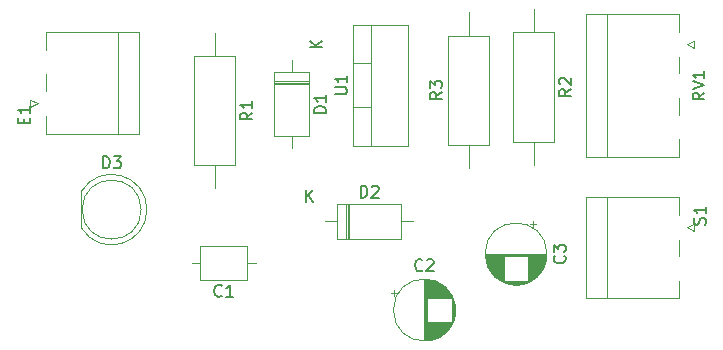
<source format=gbr>
G04 #@! TF.GenerationSoftware,KiCad,Pcbnew,(5.1.10)-1*
G04 #@! TF.CreationDate,2021-06-28T17:12:34+02:00*
G04 #@! TF.ProjectId,fuente-alimentacion-regulable,6675656e-7465-42d6-916c-696d656e7461,4.0*
G04 #@! TF.SameCoordinates,Original*
G04 #@! TF.FileFunction,Legend,Top*
G04 #@! TF.FilePolarity,Positive*
%FSLAX46Y46*%
G04 Gerber Fmt 4.6, Leading zero omitted, Abs format (unit mm)*
G04 Created by KiCad (PCBNEW (5.1.10)-1) date 2021-06-28 17:12:34*
%MOMM*%
%LPD*%
G01*
G04 APERTURE LIST*
%ADD10C,0.120000*%
%ADD11C,0.150000*%
G04 APERTURE END LIST*
D10*
X96040000Y-74000000D02*
X96730000Y-74000000D01*
X101460000Y-74000000D02*
X100770000Y-74000000D01*
X96730000Y-75420000D02*
X100770000Y-75420000D01*
X96730000Y-72580000D02*
X96730000Y-75420000D01*
X100770000Y-72580000D02*
X96730000Y-72580000D01*
X100770000Y-75420000D02*
X100770000Y-72580000D01*
X113195225Y-76275000D02*
X113195225Y-76775000D01*
X112945225Y-76525000D02*
X113445225Y-76525000D01*
X118351000Y-77716000D02*
X118351000Y-78284000D01*
X118311000Y-77482000D02*
X118311000Y-78518000D01*
X118271000Y-77323000D02*
X118271000Y-78677000D01*
X118231000Y-77195000D02*
X118231000Y-78805000D01*
X118191000Y-77085000D02*
X118191000Y-78915000D01*
X118151000Y-76989000D02*
X118151000Y-79011000D01*
X118111000Y-76902000D02*
X118111000Y-79098000D01*
X118071000Y-76822000D02*
X118071000Y-79178000D01*
X118031000Y-79040000D02*
X118031000Y-79251000D01*
X118031000Y-76749000D02*
X118031000Y-76960000D01*
X117991000Y-79040000D02*
X117991000Y-79319000D01*
X117991000Y-76681000D02*
X117991000Y-76960000D01*
X117951000Y-79040000D02*
X117951000Y-79383000D01*
X117951000Y-76617000D02*
X117951000Y-76960000D01*
X117911000Y-79040000D02*
X117911000Y-79443000D01*
X117911000Y-76557000D02*
X117911000Y-76960000D01*
X117871000Y-79040000D02*
X117871000Y-79500000D01*
X117871000Y-76500000D02*
X117871000Y-76960000D01*
X117831000Y-79040000D02*
X117831000Y-79554000D01*
X117831000Y-76446000D02*
X117831000Y-76960000D01*
X117791000Y-79040000D02*
X117791000Y-79605000D01*
X117791000Y-76395000D02*
X117791000Y-76960000D01*
X117751000Y-79040000D02*
X117751000Y-79653000D01*
X117751000Y-76347000D02*
X117751000Y-76960000D01*
X117711000Y-79040000D02*
X117711000Y-79699000D01*
X117711000Y-76301000D02*
X117711000Y-76960000D01*
X117671000Y-79040000D02*
X117671000Y-79743000D01*
X117671000Y-76257000D02*
X117671000Y-76960000D01*
X117631000Y-79040000D02*
X117631000Y-79785000D01*
X117631000Y-76215000D02*
X117631000Y-76960000D01*
X117591000Y-79040000D02*
X117591000Y-79826000D01*
X117591000Y-76174000D02*
X117591000Y-76960000D01*
X117551000Y-79040000D02*
X117551000Y-79864000D01*
X117551000Y-76136000D02*
X117551000Y-76960000D01*
X117511000Y-79040000D02*
X117511000Y-79901000D01*
X117511000Y-76099000D02*
X117511000Y-76960000D01*
X117471000Y-79040000D02*
X117471000Y-79937000D01*
X117471000Y-76063000D02*
X117471000Y-76960000D01*
X117431000Y-79040000D02*
X117431000Y-79971000D01*
X117431000Y-76029000D02*
X117431000Y-76960000D01*
X117391000Y-79040000D02*
X117391000Y-80004000D01*
X117391000Y-75996000D02*
X117391000Y-76960000D01*
X117351000Y-79040000D02*
X117351000Y-80035000D01*
X117351000Y-75965000D02*
X117351000Y-76960000D01*
X117311000Y-79040000D02*
X117311000Y-80065000D01*
X117311000Y-75935000D02*
X117311000Y-76960000D01*
X117271000Y-79040000D02*
X117271000Y-80095000D01*
X117271000Y-75905000D02*
X117271000Y-76960000D01*
X117231000Y-79040000D02*
X117231000Y-80122000D01*
X117231000Y-75878000D02*
X117231000Y-76960000D01*
X117191000Y-79040000D02*
X117191000Y-80149000D01*
X117191000Y-75851000D02*
X117191000Y-76960000D01*
X117151000Y-79040000D02*
X117151000Y-80175000D01*
X117151000Y-75825000D02*
X117151000Y-76960000D01*
X117111000Y-79040000D02*
X117111000Y-80200000D01*
X117111000Y-75800000D02*
X117111000Y-76960000D01*
X117071000Y-79040000D02*
X117071000Y-80224000D01*
X117071000Y-75776000D02*
X117071000Y-76960000D01*
X117031000Y-79040000D02*
X117031000Y-80247000D01*
X117031000Y-75753000D02*
X117031000Y-76960000D01*
X116991000Y-79040000D02*
X116991000Y-80268000D01*
X116991000Y-75732000D02*
X116991000Y-76960000D01*
X116951000Y-79040000D02*
X116951000Y-80290000D01*
X116951000Y-75710000D02*
X116951000Y-76960000D01*
X116911000Y-79040000D02*
X116911000Y-80310000D01*
X116911000Y-75690000D02*
X116911000Y-76960000D01*
X116871000Y-79040000D02*
X116871000Y-80329000D01*
X116871000Y-75671000D02*
X116871000Y-76960000D01*
X116831000Y-79040000D02*
X116831000Y-80348000D01*
X116831000Y-75652000D02*
X116831000Y-76960000D01*
X116791000Y-79040000D02*
X116791000Y-80365000D01*
X116791000Y-75635000D02*
X116791000Y-76960000D01*
X116751000Y-79040000D02*
X116751000Y-80382000D01*
X116751000Y-75618000D02*
X116751000Y-76960000D01*
X116711000Y-79040000D02*
X116711000Y-80398000D01*
X116711000Y-75602000D02*
X116711000Y-76960000D01*
X116671000Y-79040000D02*
X116671000Y-80414000D01*
X116671000Y-75586000D02*
X116671000Y-76960000D01*
X116631000Y-79040000D02*
X116631000Y-80428000D01*
X116631000Y-75572000D02*
X116631000Y-76960000D01*
X116591000Y-79040000D02*
X116591000Y-80442000D01*
X116591000Y-75558000D02*
X116591000Y-76960000D01*
X116551000Y-79040000D02*
X116551000Y-80455000D01*
X116551000Y-75545000D02*
X116551000Y-76960000D01*
X116511000Y-79040000D02*
X116511000Y-80468000D01*
X116511000Y-75532000D02*
X116511000Y-76960000D01*
X116471000Y-79040000D02*
X116471000Y-80480000D01*
X116471000Y-75520000D02*
X116471000Y-76960000D01*
X116430000Y-79040000D02*
X116430000Y-80491000D01*
X116430000Y-75509000D02*
X116430000Y-76960000D01*
X116390000Y-79040000D02*
X116390000Y-80501000D01*
X116390000Y-75499000D02*
X116390000Y-76960000D01*
X116350000Y-79040000D02*
X116350000Y-80511000D01*
X116350000Y-75489000D02*
X116350000Y-76960000D01*
X116310000Y-79040000D02*
X116310000Y-80520000D01*
X116310000Y-75480000D02*
X116310000Y-76960000D01*
X116270000Y-79040000D02*
X116270000Y-80528000D01*
X116270000Y-75472000D02*
X116270000Y-76960000D01*
X116230000Y-79040000D02*
X116230000Y-80536000D01*
X116230000Y-75464000D02*
X116230000Y-76960000D01*
X116190000Y-79040000D02*
X116190000Y-80543000D01*
X116190000Y-75457000D02*
X116190000Y-76960000D01*
X116150000Y-79040000D02*
X116150000Y-80550000D01*
X116150000Y-75450000D02*
X116150000Y-76960000D01*
X116110000Y-79040000D02*
X116110000Y-80556000D01*
X116110000Y-75444000D02*
X116110000Y-76960000D01*
X116070000Y-79040000D02*
X116070000Y-80561000D01*
X116070000Y-75439000D02*
X116070000Y-76960000D01*
X116030000Y-79040000D02*
X116030000Y-80565000D01*
X116030000Y-75435000D02*
X116030000Y-76960000D01*
X115990000Y-79040000D02*
X115990000Y-80569000D01*
X115990000Y-75431000D02*
X115990000Y-76960000D01*
X115950000Y-75427000D02*
X115950000Y-80573000D01*
X115910000Y-75424000D02*
X115910000Y-80576000D01*
X115870000Y-75422000D02*
X115870000Y-80578000D01*
X115830000Y-75421000D02*
X115830000Y-80579000D01*
X115790000Y-75420000D02*
X115790000Y-80580000D01*
X115750000Y-75420000D02*
X115750000Y-80580000D01*
X118370000Y-78000000D02*
G75*
G03*
X118370000Y-78000000I-2620000J0D01*
G01*
X126120000Y-73250000D02*
G75*
G03*
X126120000Y-73250000I-2620000J0D01*
G01*
X126080000Y-73250000D02*
X120920000Y-73250000D01*
X126080000Y-73290000D02*
X120920000Y-73290000D01*
X126079000Y-73330000D02*
X120921000Y-73330000D01*
X126078000Y-73370000D02*
X120922000Y-73370000D01*
X126076000Y-73410000D02*
X120924000Y-73410000D01*
X126073000Y-73450000D02*
X120927000Y-73450000D01*
X126069000Y-73490000D02*
X124540000Y-73490000D01*
X122460000Y-73490000D02*
X120931000Y-73490000D01*
X126065000Y-73530000D02*
X124540000Y-73530000D01*
X122460000Y-73530000D02*
X120935000Y-73530000D01*
X126061000Y-73570000D02*
X124540000Y-73570000D01*
X122460000Y-73570000D02*
X120939000Y-73570000D01*
X126056000Y-73610000D02*
X124540000Y-73610000D01*
X122460000Y-73610000D02*
X120944000Y-73610000D01*
X126050000Y-73650000D02*
X124540000Y-73650000D01*
X122460000Y-73650000D02*
X120950000Y-73650000D01*
X126043000Y-73690000D02*
X124540000Y-73690000D01*
X122460000Y-73690000D02*
X120957000Y-73690000D01*
X126036000Y-73730000D02*
X124540000Y-73730000D01*
X122460000Y-73730000D02*
X120964000Y-73730000D01*
X126028000Y-73770000D02*
X124540000Y-73770000D01*
X122460000Y-73770000D02*
X120972000Y-73770000D01*
X126020000Y-73810000D02*
X124540000Y-73810000D01*
X122460000Y-73810000D02*
X120980000Y-73810000D01*
X126011000Y-73850000D02*
X124540000Y-73850000D01*
X122460000Y-73850000D02*
X120989000Y-73850000D01*
X126001000Y-73890000D02*
X124540000Y-73890000D01*
X122460000Y-73890000D02*
X120999000Y-73890000D01*
X125991000Y-73930000D02*
X124540000Y-73930000D01*
X122460000Y-73930000D02*
X121009000Y-73930000D01*
X125980000Y-73971000D02*
X124540000Y-73971000D01*
X122460000Y-73971000D02*
X121020000Y-73971000D01*
X125968000Y-74011000D02*
X124540000Y-74011000D01*
X122460000Y-74011000D02*
X121032000Y-74011000D01*
X125955000Y-74051000D02*
X124540000Y-74051000D01*
X122460000Y-74051000D02*
X121045000Y-74051000D01*
X125942000Y-74091000D02*
X124540000Y-74091000D01*
X122460000Y-74091000D02*
X121058000Y-74091000D01*
X125928000Y-74131000D02*
X124540000Y-74131000D01*
X122460000Y-74131000D02*
X121072000Y-74131000D01*
X125914000Y-74171000D02*
X124540000Y-74171000D01*
X122460000Y-74171000D02*
X121086000Y-74171000D01*
X125898000Y-74211000D02*
X124540000Y-74211000D01*
X122460000Y-74211000D02*
X121102000Y-74211000D01*
X125882000Y-74251000D02*
X124540000Y-74251000D01*
X122460000Y-74251000D02*
X121118000Y-74251000D01*
X125865000Y-74291000D02*
X124540000Y-74291000D01*
X122460000Y-74291000D02*
X121135000Y-74291000D01*
X125848000Y-74331000D02*
X124540000Y-74331000D01*
X122460000Y-74331000D02*
X121152000Y-74331000D01*
X125829000Y-74371000D02*
X124540000Y-74371000D01*
X122460000Y-74371000D02*
X121171000Y-74371000D01*
X125810000Y-74411000D02*
X124540000Y-74411000D01*
X122460000Y-74411000D02*
X121190000Y-74411000D01*
X125790000Y-74451000D02*
X124540000Y-74451000D01*
X122460000Y-74451000D02*
X121210000Y-74451000D01*
X125768000Y-74491000D02*
X124540000Y-74491000D01*
X122460000Y-74491000D02*
X121232000Y-74491000D01*
X125747000Y-74531000D02*
X124540000Y-74531000D01*
X122460000Y-74531000D02*
X121253000Y-74531000D01*
X125724000Y-74571000D02*
X124540000Y-74571000D01*
X122460000Y-74571000D02*
X121276000Y-74571000D01*
X125700000Y-74611000D02*
X124540000Y-74611000D01*
X122460000Y-74611000D02*
X121300000Y-74611000D01*
X125675000Y-74651000D02*
X124540000Y-74651000D01*
X122460000Y-74651000D02*
X121325000Y-74651000D01*
X125649000Y-74691000D02*
X124540000Y-74691000D01*
X122460000Y-74691000D02*
X121351000Y-74691000D01*
X125622000Y-74731000D02*
X124540000Y-74731000D01*
X122460000Y-74731000D02*
X121378000Y-74731000D01*
X125595000Y-74771000D02*
X124540000Y-74771000D01*
X122460000Y-74771000D02*
X121405000Y-74771000D01*
X125565000Y-74811000D02*
X124540000Y-74811000D01*
X122460000Y-74811000D02*
X121435000Y-74811000D01*
X125535000Y-74851000D02*
X124540000Y-74851000D01*
X122460000Y-74851000D02*
X121465000Y-74851000D01*
X125504000Y-74891000D02*
X124540000Y-74891000D01*
X122460000Y-74891000D02*
X121496000Y-74891000D01*
X125471000Y-74931000D02*
X124540000Y-74931000D01*
X122460000Y-74931000D02*
X121529000Y-74931000D01*
X125437000Y-74971000D02*
X124540000Y-74971000D01*
X122460000Y-74971000D02*
X121563000Y-74971000D01*
X125401000Y-75011000D02*
X124540000Y-75011000D01*
X122460000Y-75011000D02*
X121599000Y-75011000D01*
X125364000Y-75051000D02*
X124540000Y-75051000D01*
X122460000Y-75051000D02*
X121636000Y-75051000D01*
X125326000Y-75091000D02*
X124540000Y-75091000D01*
X122460000Y-75091000D02*
X121674000Y-75091000D01*
X125285000Y-75131000D02*
X124540000Y-75131000D01*
X122460000Y-75131000D02*
X121715000Y-75131000D01*
X125243000Y-75171000D02*
X124540000Y-75171000D01*
X122460000Y-75171000D02*
X121757000Y-75171000D01*
X125199000Y-75211000D02*
X124540000Y-75211000D01*
X122460000Y-75211000D02*
X121801000Y-75211000D01*
X125153000Y-75251000D02*
X124540000Y-75251000D01*
X122460000Y-75251000D02*
X121847000Y-75251000D01*
X125105000Y-75291000D02*
X124540000Y-75291000D01*
X122460000Y-75291000D02*
X121895000Y-75291000D01*
X125054000Y-75331000D02*
X124540000Y-75331000D01*
X122460000Y-75331000D02*
X121946000Y-75331000D01*
X125000000Y-75371000D02*
X124540000Y-75371000D01*
X122460000Y-75371000D02*
X122000000Y-75371000D01*
X124943000Y-75411000D02*
X124540000Y-75411000D01*
X122460000Y-75411000D02*
X122057000Y-75411000D01*
X124883000Y-75451000D02*
X124540000Y-75451000D01*
X122460000Y-75451000D02*
X122117000Y-75451000D01*
X124819000Y-75491000D02*
X124540000Y-75491000D01*
X122460000Y-75491000D02*
X122181000Y-75491000D01*
X124751000Y-75531000D02*
X124540000Y-75531000D01*
X122460000Y-75531000D02*
X122249000Y-75531000D01*
X124678000Y-75571000D02*
X122322000Y-75571000D01*
X124598000Y-75611000D02*
X122402000Y-75611000D01*
X124511000Y-75651000D02*
X122489000Y-75651000D01*
X124415000Y-75691000D02*
X122585000Y-75691000D01*
X124305000Y-75731000D02*
X122695000Y-75731000D01*
X124177000Y-75771000D02*
X122823000Y-75771000D01*
X124018000Y-75811000D02*
X122982000Y-75811000D01*
X123784000Y-75851000D02*
X123216000Y-75851000D01*
X124975000Y-70445225D02*
X124975000Y-70945225D01*
X125225000Y-70695225D02*
X124725000Y-70695225D01*
X105970000Y-58640000D02*
X103030000Y-58640000D01*
X105970000Y-58880000D02*
X103030000Y-58880000D01*
X105970000Y-58760000D02*
X103030000Y-58760000D01*
X104500000Y-64320000D02*
X104500000Y-63300000D01*
X104500000Y-56840000D02*
X104500000Y-57860000D01*
X105970000Y-63300000D02*
X105970000Y-57860000D01*
X103030000Y-63300000D02*
X105970000Y-63300000D01*
X103030000Y-57860000D02*
X103030000Y-63300000D01*
X105970000Y-57860000D02*
X103030000Y-57860000D01*
X108360000Y-69030000D02*
X108360000Y-71970000D01*
X108360000Y-71970000D02*
X113800000Y-71970000D01*
X113800000Y-71970000D02*
X113800000Y-69030000D01*
X113800000Y-69030000D02*
X108360000Y-69030000D01*
X107340000Y-70500000D02*
X108360000Y-70500000D01*
X114820000Y-70500000D02*
X113800000Y-70500000D01*
X109260000Y-69030000D02*
X109260000Y-71970000D01*
X109380000Y-69030000D02*
X109380000Y-71970000D01*
X109140000Y-69030000D02*
X109140000Y-71970000D01*
X86710000Y-67955000D02*
X86710000Y-71045000D01*
X91770000Y-69500000D02*
G75*
G03*
X91770000Y-69500000I-2500000J0D01*
G01*
X92260000Y-69500462D02*
G75*
G03*
X86710000Y-67955170I-2990000J462D01*
G01*
X92260000Y-69499538D02*
G75*
G02*
X86710000Y-71044830I-2990000J-462D01*
G01*
X82400000Y-60800000D02*
X82400000Y-60200000D01*
X83000000Y-60500000D02*
X82400000Y-60800000D01*
X82400000Y-60200000D02*
X83000000Y-60500000D01*
X89800000Y-63060000D02*
X89800000Y-54500000D01*
X83690000Y-55950000D02*
X83690000Y-54500000D01*
X83690000Y-59450000D02*
X83690000Y-58050000D01*
X83690000Y-63060000D02*
X83690000Y-61550000D01*
X91600000Y-54500000D02*
X83690000Y-54500000D01*
X91600000Y-63060000D02*
X91600000Y-54500000D01*
X83690000Y-63060000D02*
X91600000Y-63060000D01*
X98000000Y-67700000D02*
X98000000Y-65740000D01*
X98000000Y-54540000D02*
X98000000Y-56500000D01*
X99720000Y-65740000D02*
X99720000Y-56500000D01*
X96280000Y-65740000D02*
X99720000Y-65740000D01*
X96280000Y-56500000D02*
X96280000Y-65740000D01*
X99720000Y-56500000D02*
X96280000Y-56500000D01*
X125000000Y-65700000D02*
X125000000Y-63740000D01*
X125000000Y-52540000D02*
X125000000Y-54500000D01*
X126720000Y-63740000D02*
X126720000Y-54500000D01*
X123280000Y-63740000D02*
X126720000Y-63740000D01*
X123280000Y-54500000D02*
X123280000Y-63740000D01*
X126720000Y-54500000D02*
X123280000Y-54500000D01*
X117780000Y-64000000D02*
X121220000Y-64000000D01*
X121220000Y-64000000D02*
X121220000Y-54760000D01*
X121220000Y-54760000D02*
X117780000Y-54760000D01*
X117780000Y-54760000D02*
X117780000Y-64000000D01*
X119500000Y-65960000D02*
X119500000Y-64000000D01*
X119500000Y-52800000D02*
X119500000Y-54760000D01*
X138600000Y-55200000D02*
X138600000Y-55800000D01*
X138000000Y-55500000D02*
X138600000Y-55200000D01*
X138600000Y-55800000D02*
X138000000Y-55500000D01*
X131200000Y-52940000D02*
X131200000Y-65060000D01*
X137310000Y-60050000D02*
X137310000Y-61450000D01*
X137310000Y-56550000D02*
X137310000Y-57950000D01*
X137310000Y-65060000D02*
X137310000Y-63550000D01*
X137310000Y-52940000D02*
X137310000Y-54450000D01*
X129400000Y-65060000D02*
X137310000Y-65060000D01*
X129400000Y-52940000D02*
X129400000Y-65000000D01*
X137310000Y-52940000D02*
X129400000Y-52940000D01*
X137310000Y-68440000D02*
X129400000Y-68440000D01*
X129400000Y-68440000D02*
X129400000Y-77000000D01*
X129400000Y-77000000D02*
X137310000Y-77000000D01*
X137310000Y-68440000D02*
X137310000Y-69950000D01*
X137310000Y-72050000D02*
X137310000Y-73450000D01*
X137310000Y-75550000D02*
X137310000Y-77000000D01*
X131200000Y-68440000D02*
X131200000Y-77000000D01*
X138600000Y-71300000D02*
X138000000Y-71000000D01*
X138000000Y-71000000D02*
X138600000Y-70700000D01*
X138600000Y-70700000D02*
X138600000Y-71300000D01*
X109730000Y-64080000D02*
X109730000Y-53840000D01*
X114371000Y-64080000D02*
X114371000Y-53840000D01*
X109730000Y-64080000D02*
X114371000Y-64080000D01*
X109730000Y-53840000D02*
X114371000Y-53840000D01*
X111240000Y-64080000D02*
X111240000Y-53840000D01*
X109730000Y-60810000D02*
X111240000Y-60810000D01*
X109730000Y-57109000D02*
X111240000Y-57109000D01*
D11*
X98583333Y-76777142D02*
X98535714Y-76824761D01*
X98392857Y-76872380D01*
X98297619Y-76872380D01*
X98154761Y-76824761D01*
X98059523Y-76729523D01*
X98011904Y-76634285D01*
X97964285Y-76443809D01*
X97964285Y-76300952D01*
X98011904Y-76110476D01*
X98059523Y-76015238D01*
X98154761Y-75920000D01*
X98297619Y-75872380D01*
X98392857Y-75872380D01*
X98535714Y-75920000D01*
X98583333Y-75967619D01*
X99535714Y-76872380D02*
X98964285Y-76872380D01*
X99250000Y-76872380D02*
X99250000Y-75872380D01*
X99154761Y-76015238D01*
X99059523Y-76110476D01*
X98964285Y-76158095D01*
X115583333Y-74607142D02*
X115535714Y-74654761D01*
X115392857Y-74702380D01*
X115297619Y-74702380D01*
X115154761Y-74654761D01*
X115059523Y-74559523D01*
X115011904Y-74464285D01*
X114964285Y-74273809D01*
X114964285Y-74130952D01*
X115011904Y-73940476D01*
X115059523Y-73845238D01*
X115154761Y-73750000D01*
X115297619Y-73702380D01*
X115392857Y-73702380D01*
X115535714Y-73750000D01*
X115583333Y-73797619D01*
X115964285Y-73797619D02*
X116011904Y-73750000D01*
X116107142Y-73702380D01*
X116345238Y-73702380D01*
X116440476Y-73750000D01*
X116488095Y-73797619D01*
X116535714Y-73892857D01*
X116535714Y-73988095D01*
X116488095Y-74130952D01*
X115916666Y-74702380D01*
X116535714Y-74702380D01*
X127607142Y-73416666D02*
X127654761Y-73464285D01*
X127702380Y-73607142D01*
X127702380Y-73702380D01*
X127654761Y-73845238D01*
X127559523Y-73940476D01*
X127464285Y-73988095D01*
X127273809Y-74035714D01*
X127130952Y-74035714D01*
X126940476Y-73988095D01*
X126845238Y-73940476D01*
X126750000Y-73845238D01*
X126702380Y-73702380D01*
X126702380Y-73607142D01*
X126750000Y-73464285D01*
X126797619Y-73416666D01*
X126702380Y-73083333D02*
X126702380Y-72464285D01*
X127083333Y-72797619D01*
X127083333Y-72654761D01*
X127130952Y-72559523D01*
X127178571Y-72511904D01*
X127273809Y-72464285D01*
X127511904Y-72464285D01*
X127607142Y-72511904D01*
X127654761Y-72559523D01*
X127702380Y-72654761D01*
X127702380Y-72940476D01*
X127654761Y-73035714D01*
X127607142Y-73083333D01*
X107422380Y-61318095D02*
X106422380Y-61318095D01*
X106422380Y-61080000D01*
X106470000Y-60937142D01*
X106565238Y-60841904D01*
X106660476Y-60794285D01*
X106850952Y-60746666D01*
X106993809Y-60746666D01*
X107184285Y-60794285D01*
X107279523Y-60841904D01*
X107374761Y-60937142D01*
X107422380Y-61080000D01*
X107422380Y-61318095D01*
X107422380Y-59794285D02*
X107422380Y-60365714D01*
X107422380Y-60080000D02*
X106422380Y-60080000D01*
X106565238Y-60175238D01*
X106660476Y-60270476D01*
X106708095Y-60365714D01*
X107052380Y-55761904D02*
X106052380Y-55761904D01*
X107052380Y-55190476D02*
X106480952Y-55619047D01*
X106052380Y-55190476D02*
X106623809Y-55761904D01*
X110341904Y-68482380D02*
X110341904Y-67482380D01*
X110580000Y-67482380D01*
X110722857Y-67530000D01*
X110818095Y-67625238D01*
X110865714Y-67720476D01*
X110913333Y-67910952D01*
X110913333Y-68053809D01*
X110865714Y-68244285D01*
X110818095Y-68339523D01*
X110722857Y-68434761D01*
X110580000Y-68482380D01*
X110341904Y-68482380D01*
X111294285Y-67577619D02*
X111341904Y-67530000D01*
X111437142Y-67482380D01*
X111675238Y-67482380D01*
X111770476Y-67530000D01*
X111818095Y-67577619D01*
X111865714Y-67672857D01*
X111865714Y-67768095D01*
X111818095Y-67910952D01*
X111246666Y-68482380D01*
X111865714Y-68482380D01*
X105738095Y-68852380D02*
X105738095Y-67852380D01*
X106309523Y-68852380D02*
X105880952Y-68280952D01*
X106309523Y-67852380D02*
X105738095Y-68423809D01*
X88531904Y-65992380D02*
X88531904Y-64992380D01*
X88770000Y-64992380D01*
X88912857Y-65040000D01*
X89008095Y-65135238D01*
X89055714Y-65230476D01*
X89103333Y-65420952D01*
X89103333Y-65563809D01*
X89055714Y-65754285D01*
X89008095Y-65849523D01*
X88912857Y-65944761D01*
X88770000Y-65992380D01*
X88531904Y-65992380D01*
X89436666Y-64992380D02*
X90055714Y-64992380D01*
X89722380Y-65373333D01*
X89865238Y-65373333D01*
X89960476Y-65420952D01*
X90008095Y-65468571D01*
X90055714Y-65563809D01*
X90055714Y-65801904D01*
X90008095Y-65897142D01*
X89960476Y-65944761D01*
X89865238Y-65992380D01*
X89579523Y-65992380D01*
X89484285Y-65944761D01*
X89436666Y-65897142D01*
X81828571Y-62190476D02*
X81828571Y-61857142D01*
X82352380Y-61714285D02*
X82352380Y-62190476D01*
X81352380Y-62190476D01*
X81352380Y-61714285D01*
X82352380Y-60761904D02*
X82352380Y-61333333D01*
X82352380Y-61047619D02*
X81352380Y-61047619D01*
X81495238Y-61142857D01*
X81590476Y-61238095D01*
X81638095Y-61333333D01*
X101172380Y-61286666D02*
X100696190Y-61620000D01*
X101172380Y-61858095D02*
X100172380Y-61858095D01*
X100172380Y-61477142D01*
X100220000Y-61381904D01*
X100267619Y-61334285D01*
X100362857Y-61286666D01*
X100505714Y-61286666D01*
X100600952Y-61334285D01*
X100648571Y-61381904D01*
X100696190Y-61477142D01*
X100696190Y-61858095D01*
X101172380Y-60334285D02*
X101172380Y-60905714D01*
X101172380Y-60620000D02*
X100172380Y-60620000D01*
X100315238Y-60715238D01*
X100410476Y-60810476D01*
X100458095Y-60905714D01*
X128172380Y-59286666D02*
X127696190Y-59620000D01*
X128172380Y-59858095D02*
X127172380Y-59858095D01*
X127172380Y-59477142D01*
X127220000Y-59381904D01*
X127267619Y-59334285D01*
X127362857Y-59286666D01*
X127505714Y-59286666D01*
X127600952Y-59334285D01*
X127648571Y-59381904D01*
X127696190Y-59477142D01*
X127696190Y-59858095D01*
X127267619Y-58905714D02*
X127220000Y-58858095D01*
X127172380Y-58762857D01*
X127172380Y-58524761D01*
X127220000Y-58429523D01*
X127267619Y-58381904D01*
X127362857Y-58334285D01*
X127458095Y-58334285D01*
X127600952Y-58381904D01*
X128172380Y-58953333D01*
X128172380Y-58334285D01*
X117232380Y-59546666D02*
X116756190Y-59880000D01*
X117232380Y-60118095D02*
X116232380Y-60118095D01*
X116232380Y-59737142D01*
X116280000Y-59641904D01*
X116327619Y-59594285D01*
X116422857Y-59546666D01*
X116565714Y-59546666D01*
X116660952Y-59594285D01*
X116708571Y-59641904D01*
X116756190Y-59737142D01*
X116756190Y-60118095D01*
X116232380Y-59213333D02*
X116232380Y-58594285D01*
X116613333Y-58927619D01*
X116613333Y-58784761D01*
X116660952Y-58689523D01*
X116708571Y-58641904D01*
X116803809Y-58594285D01*
X117041904Y-58594285D01*
X117137142Y-58641904D01*
X117184761Y-58689523D01*
X117232380Y-58784761D01*
X117232380Y-59070476D01*
X117184761Y-59165714D01*
X117137142Y-59213333D01*
X139452380Y-59595238D02*
X138976190Y-59928571D01*
X139452380Y-60166666D02*
X138452380Y-60166666D01*
X138452380Y-59785714D01*
X138500000Y-59690476D01*
X138547619Y-59642857D01*
X138642857Y-59595238D01*
X138785714Y-59595238D01*
X138880952Y-59642857D01*
X138928571Y-59690476D01*
X138976190Y-59785714D01*
X138976190Y-60166666D01*
X138452380Y-59309523D02*
X139452380Y-58976190D01*
X138452380Y-58642857D01*
X139452380Y-57785714D02*
X139452380Y-58357142D01*
X139452380Y-58071428D02*
X138452380Y-58071428D01*
X138595238Y-58166666D01*
X138690476Y-58261904D01*
X138738095Y-58357142D01*
X139504761Y-70761904D02*
X139552380Y-70619047D01*
X139552380Y-70380952D01*
X139504761Y-70285714D01*
X139457142Y-70238095D01*
X139361904Y-70190476D01*
X139266666Y-70190476D01*
X139171428Y-70238095D01*
X139123809Y-70285714D01*
X139076190Y-70380952D01*
X139028571Y-70571428D01*
X138980952Y-70666666D01*
X138933333Y-70714285D01*
X138838095Y-70761904D01*
X138742857Y-70761904D01*
X138647619Y-70714285D01*
X138600000Y-70666666D01*
X138552380Y-70571428D01*
X138552380Y-70333333D01*
X138600000Y-70190476D01*
X139552380Y-69238095D02*
X139552380Y-69809523D01*
X139552380Y-69523809D02*
X138552380Y-69523809D01*
X138695238Y-69619047D01*
X138790476Y-69714285D01*
X138838095Y-69809523D01*
X108182380Y-59721904D02*
X108991904Y-59721904D01*
X109087142Y-59674285D01*
X109134761Y-59626666D01*
X109182380Y-59531428D01*
X109182380Y-59340952D01*
X109134761Y-59245714D01*
X109087142Y-59198095D01*
X108991904Y-59150476D01*
X108182380Y-59150476D01*
X109182380Y-58150476D02*
X109182380Y-58721904D01*
X109182380Y-58436190D02*
X108182380Y-58436190D01*
X108325238Y-58531428D01*
X108420476Y-58626666D01*
X108468095Y-58721904D01*
M02*

</source>
